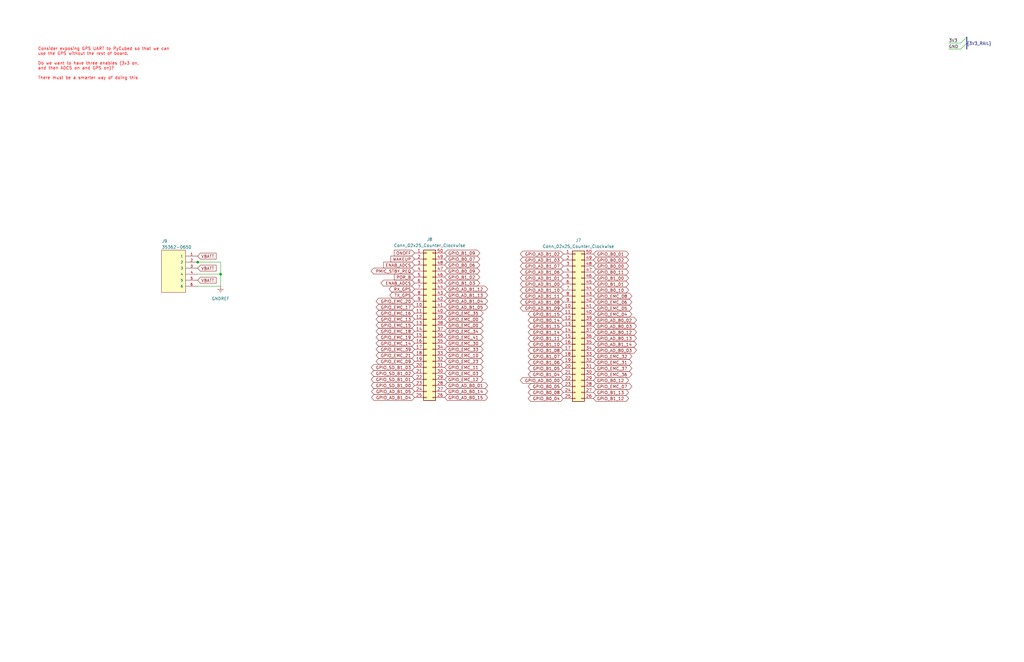
<source format=kicad_sch>
(kicad_sch (version 20230121) (generator eeschema)
  (paper "USLedger")
  (lib_symbols
    (symbol "Connector_Generic:Conn_02x25_Counter_Clockwise" (pin_names (offset 1.016) hide)
      (property "Reference" "J" (at 1.27 33.02 0))
      (property "Value" "Conn_02x25_Counter_Clockwise" (at 1.27 -33.02 0))
      (symbol "Conn_02x25_Counter_Clockwise_1_1"
        (rectangle (start -1.27 -30.353) (end 0 -30.607) (stroke (width 0.1524)))
        (rectangle (start -1.27 -27.813) (end 0 -28.067) (stroke (width 0.1524)))
        (rectangle (start -1.27 -25.273) (end 0 -25.527) (stroke (width 0.1524)))
        (rectangle (start -1.27 -22.733) (end 0 -22.987) (stroke (width 0.1524)))
        (rectangle (start -1.27 -20.193) (end 0 -20.447) (stroke (width 0.1524)))
        (rectangle (start -1.27 -17.653) (end 0 -17.907) (stroke (width 0.1524)))
        (rectangle (start -1.27 -15.113) (end 0 -15.367) (stroke (width 0.1524)))
        (rectangle (start -1.27 -12.573) (end 0 -12.827) (stroke (width 0.1524)))
        (rectangle (start -1.27 -10.033) (end 0 -10.287) (stroke (width 0.1524)))
        (rectangle (start -1.27 -7.493) (end 0 -7.747) (stroke (width 0.1524)))
        (rectangle (start -1.27 -4.953) (end 0 -5.207) (stroke (width 0.1524)))
        (rectangle (start -1.27 -2.413) (end 0 -2.667) (stroke (width 0.1524)))
        (rectangle (start -1.27 0.127) (end 0 -0.127) (stroke (width 0.1524)))
        (rectangle (start -1.27 2.667) (end 0 2.413) (stroke (width 0.1524)))
        (rectangle (start -1.27 5.207) (end 0 4.953) (stroke (width 0.1524)))
        (rectangle (start -1.27 7.747) (end 0 7.493) (stroke (width 0.1524)))
        (rectangle (start -1.27 10.287) (end 0 10.033) (stroke (width 0.1524)))
        (rectangle (start -1.27 12.827) (end 0 12.573) (stroke (width 0.1524)))
        (rectangle (start -1.27 15.367) (end 0 15.113) (stroke (width 0.1524)))
        (rectangle (start -1.27 17.907) (end 0 17.653) (stroke (width 0.1524)))
        (rectangle (start -1.27 20.447) (end 0 20.193) (stroke (width 0.1524)))
        (rectangle (start -1.27 22.987) (end 0 22.733) (stroke (width 0.1524)))
        (rectangle (start -1.27 25.527) (end 0 25.273) (stroke (width 0.1524)))
        (rectangle (start -1.27 28.067) (end 0 27.813) (stroke (width 0.1524)))
        (rectangle (start -1.27 30.607) (end 0 30.353) (stroke (width 0.1524)))
        (rectangle (start -1.27 31.75) (end 3.81 -31.75) (stroke (width 0.254)) (fill (type background)))
        (rectangle (start 3.81 -30.353) (end 2.54 -30.607) (stroke (width 0.1524)))
        (rectangle (start 3.81 -27.813) (end 2.54 -28.067) (stroke (width 0.1524)))
        (rectangle (start 3.81 -25.273) (end 2.54 -25.527) (stroke (width 0.1524)))
        (rectangle (start 3.81 -22.733) (end 2.54 -22.987) (stroke (width 0.1524)))
        (rectangle (start 3.81 -20.193) (end 2.54 -20.447) (stroke (width 0.1524)))
        (rectangle (start 3.81 -17.653) (end 2.54 -17.907) (stroke (width 0.1524)))
        (rectangle (start 3.81 -15.113) (end 2.54 -15.367) (stroke (width 0.1524)))
        (rectangle (start 3.81 -12.573) (end 2.54 -12.827) (stroke (width 0.1524)))
        (rectangle (start 3.81 -10.033) (end 2.54 -10.287) (stroke (width 0.1524)))
        (rectangle (start 3.81 -7.493) (end 2.54 -7.747) (stroke (width 0.1524)))
        (rectangle (start 3.81 -4.953) (end 2.54 -5.207) (stroke (width 0.1524)))
        (rectangle (start 3.81 -2.413) (end 2.54 -2.667) (stroke (width 0.1524)))
        (rectangle (start 3.81 0.127) (end 2.54 -0.127) (stroke (width 0.1524)))
        (rectangle (start 3.81 2.667) (end 2.54 2.413) (stroke (width 0.1524)))
        (rectangle (start 3.81 5.207) (end 2.54 4.953) (stroke (width 0.1524)))
        (rectangle (start 3.81 7.747) (end 2.54 7.493) (stroke (width 0.1524)))
        (rectangle (start 3.81 10.287) (end 2.54 10.033) (stroke (width 0.1524)))
        (rectangle (start 3.81 12.827) (end 2.54 12.573) (stroke (width 0.1524)))
        (rectangle (start 3.81 15.367) (end 2.54 15.113) (stroke (width 0.1524)))
        (rectangle (start 3.81 17.907) (end 2.54 17.653) (stroke (width 0.1524)))
        (rectangle (start 3.81 20.447) (end 2.54 20.193) (stroke (width 0.1524)))
        (rectangle (start 3.81 22.987) (end 2.54 22.733) (stroke (width 0.1524)))
        (rectangle (start 3.81 25.527) (end 2.54 25.273) (stroke (width 0.1524)))
        (rectangle (start 3.81 28.067) (end 2.54 27.813) (stroke (width 0.1524)))
        (rectangle (start 3.81 30.607) (end 2.54 30.353) (stroke (width 0.1524)))
        (pin passive line (at -5.08 30.48 0) (length 3.81) (name "Pin_1") (number "1"))
        (pin passive line (at -5.08 7.62 0) (length 3.81) (name "Pin_10") (number "10"))
        (pin passive line (at -5.08 5.08 0) (length 3.81) (name "Pin_11") (number "11"))
        (pin passive line (at -5.08 2.54 0) (length 3.81) (name "Pin_12") (number "12"))
        (pin passive line (at -5.08 0 0) (length 3.81) (name "Pin_13") (number "13"))
        (pin passive line (at -5.08 -2.54 0) (length 3.81) (name "Pin_14") (number "14"))
        (pin passive line (at -5.08 -5.08 0) (length 3.81) (name "Pin_15") (number "15"))
        (pin passive line (at -5.08 -7.62 0) (length 3.81) (name "Pin_16") (number "16"))
        (pin passive line (at -5.08 -10.16 0) (length 3.81) (name "Pin_17") (number "17"))
        (pin passive line (at -5.08 -12.7 0) (length 3.81) (name "Pin_18") (number "18"))
        (pin passive line (at -5.08 -15.24 0) (length 3.81) (name "Pin_19") (number "19"))
        (pin passive line (at -5.08 27.94 0) (length 3.81) (name "Pin_2") (number "2"))
        (pin passive line (at -5.08 -17.78 0) (length 3.81) (name "Pin_20") (number "20"))
        (pin passive line (at -5.08 -20.32 0) (length 3.81) (name "Pin_21") (number "21"))
        (pin passive line (at -5.08 -22.86 0) (length 3.81) (name "Pin_22") (number "22"))
        (pin passive line (at -5.08 -25.4 0) (length 3.81) (name "Pin_23") (number "23"))
        (pin passive line (at -5.08 -27.94 0) (length 3.81) (name "Pin_24") (number "24"))
        (pin passive line (at -5.08 -30.48 0) (length 3.81) (name "Pin_25") (number "25"))
        (pin passive line (at 7.62 -30.48 180) (length 3.81) (name "Pin_26") (number "26"))
        (pin passive line (at 7.62 -27.94 180) (length 3.81) (name "Pin_27") (number "27"))
        (pin passive line (at 7.62 -25.4 180) (length 3.81) (name "Pin_28") (number "28"))
        (pin passive line (at 7.62 -22.86 180) (length 3.81) (name "Pin_29") (number "29"))
        (pin passive line (at -5.08 25.4 0) (length 3.81) (name "Pin_3") (number "3"))
        (pin passive line (at 7.62 -20.32 180) (length 3.81) (name "Pin_30") (number "30"))
        (pin passive line (at 7.62 -17.78 180) (length 3.81) (name "Pin_31") (number "31"))
        (pin passive line (at 7.62 -15.24 180) (length 3.81) (name "Pin_32") (number "32"))
        (pin passive line (at 7.62 -12.7 180) (length 3.81) (name "Pin_33") (number "33"))
        (pin passive line (at 7.62 -10.16 180) (length 3.81) (name "Pin_34") (number "34"))
        (pin passive line (at 7.62 -7.62 180) (length 3.81) (name "Pin_35") (number "35"))
        (pin passive line (at 7.62 -5.08 180) (length 3.81) (name "Pin_36") (number "36"))
        (pin passive line (at 7.62 -2.54 180) (length 3.81) (name "Pin_37") (number "37"))
        (pin passive line (at 7.62 0 180) (length 3.81) (name "Pin_38") (number "38"))
        (pin passive line (at 7.62 2.54 180) (length 3.81) (name "Pin_39") (number "39"))
        (pin passive line (at -5.08 22.86 0) (length 3.81) (name "Pin_4") (number "4"))
        (pin passive line (at 7.62 5.08 180) (length 3.81) (name "Pin_40") (number "40"))
        (pin passive line (at 7.62 7.62 180) (length 3.81) (name "Pin_41") (number "41"))
        (pin passive line (at 7.62 10.16 180) (length 3.81) (name "Pin_42") (number "42"))
        (pin passive line (at 7.62 12.7 180) (length 3.81) (name "Pin_43") (number "43"))
        (pin passive line (at 7.62 15.24 180) (length 3.81) (name "Pin_44") (number "44"))
        (pin passive line (at 7.62 17.78 180) (length 3.81) (name "Pin_45") (number "45"))
        (pin passive line (at 7.62 20.32 180) (length 3.81) (name "Pin_46") (number "46"))
        (pin passive line (at 7.62 22.86 180) (length 3.81) (name "Pin_47") (number "47"))
        (pin passive line (at 7.62 25.4 180) (length 3.81) (name "Pin_48") (number "48"))
        (pin passive line (at 7.62 27.94 180) (length 3.81) (name "Pin_49") (number "49"))
        (pin passive line (at -5.08 20.32 0) (length 3.81) (name "Pin_5") (number "5"))
        (pin passive line (at 7.62 30.48 180) (length 3.81) (name "Pin_50") (number "50"))
        (pin passive line (at -5.08 17.78 0) (length 3.81) (name "Pin_6") (number "6"))
        (pin passive line (at -5.08 15.24 0) (length 3.81) (name "Pin_7") (number "7"))
        (pin passive line (at -5.08 12.7 0) (length 3.81) (name "Pin_8") (number "8"))
        (pin passive line (at -5.08 10.16 0) (length 3.81) (name "Pin_9") (number "9"))
      )
    )
    (symbol "GNDREF_1" (power) (pin_names (offset 0))
      (property "Value" "GNDREF_1" (at 0 -3.81 0))
      (symbol "GNDREF_1_0_1"
        (polyline (pts (xy -0.635 -1.905) (xy 0.635 -1.905)))
        (polyline (pts (xy -0.127 -2.54) (xy 0.127 -2.54)))
        (polyline (pts (xy 0 -1.27) (xy 0 0)))
        (polyline (pts (xy 1.27 -1.27) (xy -1.27 -1.27)))
      )
      (symbol "GNDREF_1_1_1"
        (pin power_in line (at 0 0 270) (length 0) hide (name "GNDREF") (number "1"))
      )
    )
    (symbol "mainboard:35362-0650" (pin_names (offset 1.016))
      (property "Reference" "J" (at -5.334 11.4554 0))
      (property "Value" "35362-0650" (at -6.096 -11.684 0))
      (symbol "35362-0650_0_0"
        (rectangle (start -5.08 -7.62) (end 5.08 10.16) (stroke (width 0.1524)) (fill (type background)))
        (pin passive line (at 10.16 7.62 180) (length 5.08) (name "1") (number "1"))
        (pin passive line (at 10.16 5.08 180) (length 5.08) (name "2") (number "2"))
        (pin passive line (at 10.16 2.54 180) (length 5.08) (name "3") (number "3"))
        (pin passive line (at 10.16 0 180) (length 5.08) (name "4") (number "4"))
        (pin passive line (at 10.16 -2.54 180) (length 5.08) (name "5") (number "5"))
        (pin passive line (at 10.16 -5.08 180) (length 5.08) (name "6") (number "6"))
      )
    )
  )
  (junction (at 93.0148 115.7224))
  (junction (at 83.3628 110.6424))
  (bus_entry (at 407.67 18.161) (size -2.54 2.54))
  (bus_entry (at 407.67 15.621) (size -2.54 2.54))
  (wire (pts (xy 93.0148 120.8024) (xy 83.3628 120.8024)))
  (wire (pts (xy 83.3628 110.6424) (xy 93.0148 110.6424)))
  (wire (pts (xy 93.0148 115.7224) (xy 93.0148 120.8024)))
  (bus (pts (xy 407.67 18.161) (xy 407.67 20.701)))
  (wire (pts (xy 93.0148 115.7224) (xy 83.3628 115.7224)))
  (bus (pts (xy 407.67 15.621) (xy 407.67 18.161)))
  (wire (pts (xy 83.312 110.6424) (xy 83.3628 110.6424)))
  (wire (pts (xy 400.05 18.161) (xy 405.13 18.161)))
  (wire (pts (xy 93.0148 110.6424) (xy 93.0148 115.7224)))
  (wire (pts (xy 400.05 20.701) (xy 405.13 20.701)))
  (text "Consider exposing GPS UART to PyCubed so that we can\nuse the GPS without the rest of board.\n\nDo we want to have three enables (3v3 on, \nand then ADCS on and GPS on)?\n\nThere must be a smarter way of doing this\n" (at 15.9512 33.7312 0) (effects (font (size 1.27 1.27)) (justify left bottom)))
  (label "{3V3_RAIL}" (at 407.67 19.431 0))
  (label "3V3" (at 400.05 18.161 0))
  (label "GND" (at 400.05 20.701 0))
  (global_label "VBATT" (shape input) (at 83.3628 113.1824 0) (property "Intersheetrefs" "${INTERSHEET_REFS}" (effects hide)))
  (global_label "GPIO_EMC_18" (shape bidirectional) (at 174.8028 139.8016 180) (property "Intersheetrefs" "${INTERSHEET_REFS}" (effects hide)))
  (global_label "GPIO_EMC_14" (shape bidirectional) (at 174.8028 144.8816 180) (property "Intersheetrefs" "${INTERSHEET_REFS}" (effects hide)))
  (global_label "GPIO_EMC_17" (shape bidirectional) (at 174.8028 129.6416 180) (property "Intersheetrefs" "${INTERSHEET_REFS}" (effects hide)))
  (global_label "ENAB_ADCS" (shape input) (at 174.8028 111.8616 180) (property "Intersheetrefs" "${INTERSHEET_REFS}" (effects hide)))
  (global_label "GPIO_B1_01" (shape bidirectional) (at 250.2408 119.888 0) (property "Intersheetrefs" "${INTERSHEET_REFS}" (effects hide)))
  (global_label "GPIO_B0_07" (shape bidirectional) (at 187.5028 109.3216 0) (property "Intersheetrefs" "${INTERSHEET_REFS}" (effects hide)))
  (global_label "GPIO_EMC_41" (shape bidirectional) (at 187.5028 142.3416 0) (property "Intersheetrefs" "${INTERSHEET_REFS}" (effects hide)))
  (global_label "GPIO_AD_B0_12" (shape bidirectional) (at 250.2408 140.208 0) (property "Intersheetrefs" "${INTERSHEET_REFS}" (effects hide)))
  (global_label "GPIO_AD_B1_03" (shape bidirectional) (at 237.5408 109.728 180) (property "Intersheetrefs" "${INTERSHEET_REFS}" (effects hide)))
  (global_label "GPIO_B1_07" (shape bidirectional) (at 237.5408 150.368 180) (property "Intersheetrefs" "${INTERSHEET_REFS}" (effects hide)))
  (global_label "GPIO_B1_14" (shape bidirectional) (at 237.5408 140.208 180) (property "Intersheetrefs" "${INTERSHEET_REFS}" (effects hide)))
  (global_label "GPIO_AD_B0_00" (shape bidirectional) (at 237.5408 160.528 180) (property "Intersheetrefs" "${INTERSHEET_REFS}" (effects hide)))
  (global_label "GPIO_EMC_37" (shape bidirectional) (at 250.2408 155.448 0) (property "Intersheetrefs" "${INTERSHEET_REFS}" (effects hide)))
  (global_label "GPIO_AD_B0_15" (shape bidirectional) (at 187.5028 167.7416 0) (property "Intersheetrefs" "${INTERSHEET_REFS}" (effects hide)))
  (global_label "RX_GPS" (shape bidirectional) (at 174.8028 122.0216 180) (property "Intersheetrefs" "${INTERSHEET_REFS}" (effects hide)))
  (global_label "GPIO_AD_B1_12" (shape bidirectional) (at 187.5028 122.0216 0) (property "Intersheetrefs" "${INTERSHEET_REFS}" (effects hide)))
  (global_label "ENAB_ADCS" (shape bidirectional) (at 174.8028 119.4816 180) (property "Intersheetrefs" "${INTERSHEET_REFS}" (effects hide)))
  (global_label "GPIO_EMC_35" (shape bidirectional) (at 187.5028 132.1816 0) (property "Intersheetrefs" "${INTERSHEET_REFS}" (effects hide)))
  (global_label "GPIO_B0_04" (shape bidirectional) (at 237.5408 168.148 180) (property "Intersheetrefs" "${INTERSHEET_REFS}" (effects hide)))
  (global_label "GPIO_AD_B1_07" (shape bidirectional) (at 237.5408 112.268 180) (property "Intersheetrefs" "${INTERSHEET_REFS}" (effects hide)))
  (global_label "GPIO_AD_B1_04" (shape bidirectional) (at 187.5028 127.1016 0) (property "Intersheetrefs" "${INTERSHEET_REFS}" (effects hide)))
  (global_label "WAKEUP" (shape input) (at 174.8028 109.3216 180) (property "Intersheetrefs" "${INTERSHEET_REFS}" (effects hide)))
  (global_label "GPIO_AD_B1_06" (shape bidirectional) (at 237.5408 114.808 180) (property "Intersheetrefs" "${INTERSHEET_REFS}" (effects hide)))
  (global_label "GPIO_SD_B1_02" (shape bidirectional) (at 174.8028 157.5816 180) (property "Intersheetrefs" "${INTERSHEET_REFS}" (effects hide)))
  (global_label "GPIO_EMC_21" (shape bidirectional) (at 174.8028 149.9616 180) (property "Intersheetrefs" "${INTERSHEET_REFS}" (effects hide)))
  (global_label "GPIO_EMC_13" (shape bidirectional) (at 174.8028 134.7216 180) (property "Intersheetrefs" "${INTERSHEET_REFS}" (effects hide)))
  (global_label "GPIO_SD_B1_00" (shape bidirectional) (at 174.8028 162.6616 180) (property "Intersheetrefs" "${INTERSHEET_REFS}" (effects hide)))
  (global_label "GPIO_B0_09" (shape bidirectional) (at 187.5028 114.4016 0) (property "Intersheetrefs" "${INTERSHEET_REFS}" (effects hide)))
  (global_label "GPIO_B1_13" (shape bidirectional) (at 250.2408 165.608 0) (property "Intersheetrefs" "${INTERSHEET_REFS}" (effects hide)))
  (global_label "GPIO_AD_B1_11" (shape bidirectional) (at 237.5408 124.968 180) (property "Intersheetrefs" "${INTERSHEET_REFS}" (effects hide)))
  (global_label "GPIO_B1_15" (shape bidirectional) (at 237.5408 132.588 180) (property "Intersheetrefs" "${INTERSHEET_REFS}" (effects hide)))
  (global_label "GPIO_AD_B0_02" (shape bidirectional) (at 250.2408 135.128 0) (property "Intersheetrefs" "${INTERSHEET_REFS}" (effects hide)))
  (global_label "GPIO_AD_B0_03" (shape bidirectional) (at 250.2408 147.828 0) (property "Intersheetrefs" "${INTERSHEET_REFS}" (effects hide)))
  (global_label "GPIO_B0_12" (shape bidirectional) (at 250.2408 160.528 0) (property "Intersheetrefs" "${INTERSHEET_REFS}" (effects hide)))
  (global_label "GPIO_SD_B1_03" (shape bidirectional) (at 174.8028 155.0416 180) (property "Intersheetrefs" "${INTERSHEET_REFS}" (effects hide)))
  (global_label "GPIO_AD_B1_05" (shape bidirectional) (at 187.5028 129.6416 0) (property "Intersheetrefs" "${INTERSHEET_REFS}" (effects hide)))
  (global_label "GPIO_B1_06" (shape bidirectional) (at 237.5408 152.908 180) (property "Intersheetrefs" "${INTERSHEET_REFS}" (effects hide)))
  (global_label "GPIO_EMC_10" (shape bidirectional) (at 187.5028 149.9616 0) (property "Intersheetrefs" "${INTERSHEET_REFS}" (effects hide)))
  (global_label "GPIO_EMC_20" (shape bidirectional) (at 174.8028 127.1016 180) (property "Intersheetrefs" "${INTERSHEET_REFS}" (effects hide)))
  (global_label "GPIO_EMC_31" (shape bidirectional) (at 250.2408 152.908 0) (property "Intersheetrefs" "${INTERSHEET_REFS}" (effects hide)))
  (global_label "GPIO_EMC_08" (shape bidirectional) (at 250.2408 124.968 0) (property "Intersheetrefs" "${INTERSHEET_REFS}" (effects hide)))
  (global_label "GPIO_B0_01" (shape bidirectional) (at 250.2408 107.188 0) (property "Intersheetrefs" "${INTERSHEET_REFS}" (effects hide)))
  (global_label "TX_GPS" (shape bidirectional) (at 174.8028 124.5616 180) (property "Intersheetrefs" "${INTERSHEET_REFS}" (effects hide)))
  (global_label "GPIO_B1_05" (shape bidirectional) (at 237.5408 155.448 180) (property "Intersheetrefs" "${INTERSHEET_REFS}" (effects hide)))
  (global_label "GPIO_EMC_33" (shape bidirectional) (at 187.5028 147.4216 0) (property "Intersheetrefs" "${INTERSHEET_REFS}" (effects hide)))
  (global_label "GPIO_EMC_11" (shape bidirectional) (at 187.5028 155.0416 0) (property "Intersheetrefs" "${INTERSHEET_REFS}" (effects hide)))
  (global_label "GPIO_B0_00" (shape bidirectional) (at 250.2408 112.268 0) (property "Intersheetrefs" "${INTERSHEET_REFS}" (effects hide)))
  (global_label "GPIO_B0_05" (shape bidirectional) (at 237.5408 163.068 180) (property "Intersheetrefs" "${INTERSHEET_REFS}" (effects hide)))
  (global_label "GPIO_AD_B0_01" (shape bidirectional) (at 187.5028 162.6616 0) (property "Intersheetrefs" "${INTERSHEET_REFS}" (effects hide)))
  (global_label "GPIO_AD_B0_14" (shape bidirectional) (at 187.5028 165.2016 0) (property "Intersheetrefs" "${INTERSHEET_REFS}" (effects hide)))
  (global_label "GPIO_AD_B1_14" (shape bidirectional) (at 250.2408 145.288 0) (property "Intersheetrefs" "${INTERSHEET_REFS}" (effects hide)))
  (global_label "GPIO_B1_11" (shape bidirectional) (at 237.5408 142.748 180) (property "Intersheetrefs" "${INTERSHEET_REFS}" (effects hide)))
  (global_label "GPIO_EMC_34" (shape bidirectional) (at 187.5028 139.8016 0) (property "Intersheetrefs" "${INTERSHEET_REFS}" (effects hide)))
  (global_label "GPIO_B1_09" (shape bidirectional) (at 187.5028 106.7816 0) (property "Intersheetrefs" "${INTERSHEET_REFS}" (effects hide)))
  (global_label "GPIO_EMC_06" (shape bidirectional) (at 250.2408 127.508 0) (property "Intersheetrefs" "${INTERSHEET_REFS}" (effects hide)))
  (global_label "GPIO_EMC_03" (shape bidirectional) (at 187.5028 157.5816 0) (property "Intersheetrefs" "${INTERSHEET_REFS}" (effects hide)))
  (global_label "GPIO_EMC_05" (shape bidirectional) (at 250.2408 130.048 0) (property "Intersheetrefs" "${INTERSHEET_REFS}" (effects hide)))
  (global_label "GPIO_EMC_00" (shape bidirectional) (at 187.5028 134.7216 0) (property "Intersheetrefs" "${INTERSHEET_REFS}" (effects hide)))
  (global_label "GPIO_AD_B1_09" (shape bidirectional) (at 237.5408 130.048 180) (property "Intersheetrefs" "${INTERSHEET_REFS}" (effects hide)))
  (global_label "GPIO_B1_10" (shape bidirectional) (at 237.5408 145.288 180) (property "Intersheetrefs" "${INTERSHEET_REFS}" (effects hide)))
  (global_label "GPIO_EMC_09" (shape bidirectional) (at 174.8028 152.5016 180) (property "Intersheetrefs" "${INTERSHEET_REFS}" (effects hide)))
  (global_label "GPIO_B0_14" (shape bidirectional) (at 237.5408 135.128 180) (property "Intersheetrefs" "${INTERSHEET_REFS}" (effects hide)))
  (global_label "GPIO_EMC_12" (shape bidirectional) (at 187.5028 160.1216 0) (property "Intersheetrefs" "${INTERSHEET_REFS}" (effects hide)))
  (global_label "GPIO_EMC_32" (shape bidirectional) (at 250.2408 150.368 0) (property "Intersheetrefs" "${INTERSHEET_REFS}" (effects hide)))
  (global_label "GPIO_EMC_15" (shape bidirectional) (at 174.8028 137.2616 180) (property "Intersheetrefs" "${INTERSHEET_REFS}" (effects hide)))
  (global_label "GPIO_AD_B1_01" (shape bidirectional) (at 237.5408 117.348 180) (property "Intersheetrefs" "${INTERSHEET_REFS}" (effects hide)))
  (global_label "GPIO_B0_06" (shape bidirectional) (at 187.5028 111.8616 0) (property "Intersheetrefs" "${INTERSHEET_REFS}" (effects hide)))
  (global_label "GPIO_EMC_36" (shape bidirectional) (at 250.2408 157.988 0) (property "Intersheetrefs" "${INTERSHEET_REFS}" (effects hide)))
  (global_label "GPIO_EMC_23" (shape bidirectional) (at 187.5028 152.5016 0) (property "Intersheetrefs" "${INTERSHEET_REFS}" (effects hide)))
  (global_label "GPIO_AD_B1_00" (shape bidirectional) (at 237.5408 119.888 180) (property "Intersheetrefs" "${INTERSHEET_REFS}" (effects hide)))
  (global_label "GPIO_EMC_30" (shape bidirectional) (at 187.5028 144.8816 0) (property "Intersheetrefs" "${INTERSHEET_REFS}" (effects hide)))
  (global_label "PMIC_STBY_REQ" (shape bidirectional) (at 174.8028 114.4016 180) (property "Intersheetrefs" "${INTERSHEET_REFS}" (effects hide)))
  (global_label "GPIO_AD_B1_08" (shape bidirectional) (at 237.5408 127.508 180) (property "Intersheetrefs" "${INTERSHEET_REFS}" (effects hide)))
  (global_label "VBATT" (shape input) (at 83.3628 118.2624 0) (property "Intersheetrefs" "${INTERSHEET_REFS}" (effects hide)))
  (global_label "GPIO_EMC_39" (shape bidirectional) (at 174.8028 147.4216 180) (property "Intersheetrefs" "${INTERSHEET_REFS}" (effects hide)))
  (global_label "GPIO_B1_12" (shape bidirectional) (at 250.2408 168.148 0) (property "Intersheetrefs" "${INTERSHEET_REFS}" (effects hide)))
  (global_label "GPIO_AD_B1_04" (shape bidirectional) (at 174.8028 167.7416 180) (property "Intersheetrefs" "${INTERSHEET_REFS}" (effects hide)))
  (global_label "GPIO_B1_04" (shape bidirectional) (at 237.5408 157.988 180) (property "Intersheetrefs" "${INTERSHEET_REFS}" (effects hide)))
  (global_label "GPIO_EMC_00" (shape bidirectional) (at 187.5028 137.2616 0) (property "Intersheetrefs" "${INTERSHEET_REFS}" (effects hide)))
  (global_label "GPIO_B0_11" (shape bidirectional) (at 250.2408 114.808 0) (property "Intersheetrefs" "${INTERSHEET_REFS}" (effects hide)))
  (global_label "GPIO_SD_B1_01" (shape bidirectional) (at 174.8028 160.1216 180) (property "Intersheetrefs" "${INTERSHEET_REFS}" (effects hide)))
  (global_label "GPIO_AD_B0_03" (shape bidirectional) (at 250.2408 137.668 0) (property "Intersheetrefs" "${INTERSHEET_REFS}" (effects hide)))
  (global_label "GPIO_B1_03" (shape bidirectional) (at 187.5028 119.4816 0) (property "Intersheetrefs" "${INTERSHEET_REFS}" (effects hide)))
  (global_label "ONOFF" (shape input) (at 174.8028 106.7816 180) (property "Intersheetrefs" "${INTERSHEET_REFS}" (effects hide)))
  (global_label "GPIO_AD_B0_13" (shape bidirectional) (at 250.2408 142.748 0) (property "Intersheetrefs" "${INTERSHEET_REFS}" (effects hide)))
  (global_label "GPIO_EMC_07" (shape bidirectional) (at 250.2408 163.068 0) (property "Intersheetrefs" "${INTERSHEET_REFS}" (effects hide)))
  (global_label "GPIO_EMC_04" (shape bidirectional) (at 250.2408 132.588 0) (property "Intersheetrefs" "${INTERSHEET_REFS}" (effects hide)))
  (global_label "POR_B" (shape input) (at 174.8028 116.9416 180) (property "Intersheetrefs" "${INTERSHEET_REFS}" (effects hide)))
  (global_label "GPIO_B1_15" (shape bidirectional) (at 237.5408 137.668 180) (property "Intersheetrefs" "${INTERSHEET_REFS}" (effects hide)))
  (global_label "GPIO_AD_B1_02" (shape bidirectional) (at 237.5408 107.188 180) (property "Intersheetrefs" "${INTERSHEET_REFS}" (effects hide)))
  (global_label "GPIO_B0_02" (shape bidirectional) (at 250.2408 109.728 0) (property "Intersheetrefs" "${INTERSHEET_REFS}" (effects hide)))
  (global_label "VBATT" (shape input) (at 83.3628 108.1024 0) (property "Intersheetrefs" "${INTERSHEET_REFS}" (effects hide)))
  (global_label "GPIO_B1_02" (shape bidirectional) (at 187.5028 116.9416 0) (property "Intersheetrefs" "${INTERSHEET_REFS}" (effects hide)))
  (global_label "GPIO_AD_B1_10" (shape bidirectional) (at 237.5408 122.428 180) (property "Intersheetrefs" "${INTERSHEET_REFS}" (effects hide)))
  (global_label "GPIO_B0_08" (shape bidirectional) (at 237.5408 165.608 180) (property "Intersheetrefs" "${INTERSHEET_REFS}" (effects hide)))
  (global_label "GPIO_B1_00" (shape bidirectional) (at 250.2408 117.348 0) (property "Intersheetrefs" "${INTERSHEET_REFS}" (effects hide)))
  (global_label "GPIO_B0_10" (shape bidirectional) (at 250.2408 122.428 0) (property "Intersheetrefs" "${INTERSHEET_REFS}" (effects hide)))
  (global_label "GPIO_AD_B1_05" (shape bidirectional) (at 174.8028 165.2016 180) (property "Intersheetrefs" "${INTERSHEET_REFS}" (effects hide)))
  (global_label "GPIO_EMC_16" (shape bidirectional) (at 174.8028 132.1816 180) (property "Intersheetrefs" "${INTERSHEET_REFS}" (effects hide)))
  (global_label "GPIO_B1_08" (shape bidirectional) (at 237.5408 147.828 180) (property "Intersheetrefs" "${INTERSHEET_REFS}" (effects hide)))
  (global_label "GPIO_AD_B1_13" (shape bidirectional) (at 187.5028 124.5616 0) (property "Intersheetrefs" "${INTERSHEET_REFS}" (effects hide)))
  (global_label "GPIO_EMC_19" (shape bidirectional) (at 174.8028 142.3416 180) (property "Intersheetrefs" "${INTERSHEET_REFS}" (effects hide)))
  (symbol (lib_id "Connector_Generic:Conn_02x25_Counter_Clockwise") (at 242.6208 137.668 0) (unit 1)
    (property "Reference" "J7" (at 243.8908 101.4476 0))
    (property "Value" "Conn_02x25_Counter_Clockwise" (at 243.8908 103.9876 0))
  )
  (symbol (lib_id "mainboard:35362-0650") (at 73.2028 115.7224 0) (unit 1)
    (property "Reference" "J9" (at 69.3928 101.7524 0))
    (property "Value" "35362-0650" (at 74.4728 104.2924 0))
    (property "Footprint" "mainboard:MOLEX_35362-0650" (effects hide))
    (instances (project "adcs-hardware" (path "" (reference "J9") (unit 1))) (project "mainboard" (path "" (reference "J3") (unit 1))))
  )
  (symbol (lib_id "Connector_Generic:Conn_02x25_Counter_Clockwise") (at 179.8828 137.2616 0) (unit 1)
    (property "Reference" "J8" (at 181.1528 101.0412 0))
    (property "Value" "Conn_02x25_Counter_Clockwise" (at 181.1528 103.5812 0))
  )
  (symbol (lib_name "GNDREF_1") (lib_id "power:GNDREF") (at 93.0148 120.8532 0) (unit 1)
    (property "Reference" "#PWR033" (effects hide))
    (property "Value" "GNDREF" (at 93.0148 126.0348 0))
  )
)
</source>
